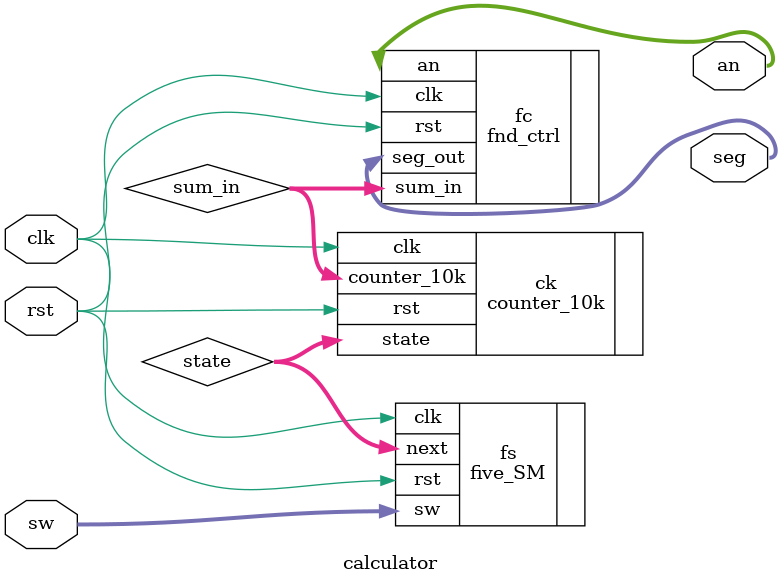
<source format=v>
module calculator(
                    input clk,
                    input rst,
                    input [2:0] sw,
                    output [7:0] seg,
                    output [3:0] an
                );

    wire [13:0] sum_in;
    wire [2:0] state;

    counter_10k ck(
        .clk(clk),
        .rst(rst),
        .state(state),
        .counter_10k(sum_in)
    );
    five_SM fs(
                .clk(clk),
                .rst(rst),
                .sw(sw),
                .next(state)
        );

    fnd_ctrl fc(
                .sum_in(sum_in),
                .clk(clk),
                .rst(rst),
                .seg_out(seg),
                .an(an)
            );

endmodule
</source>
